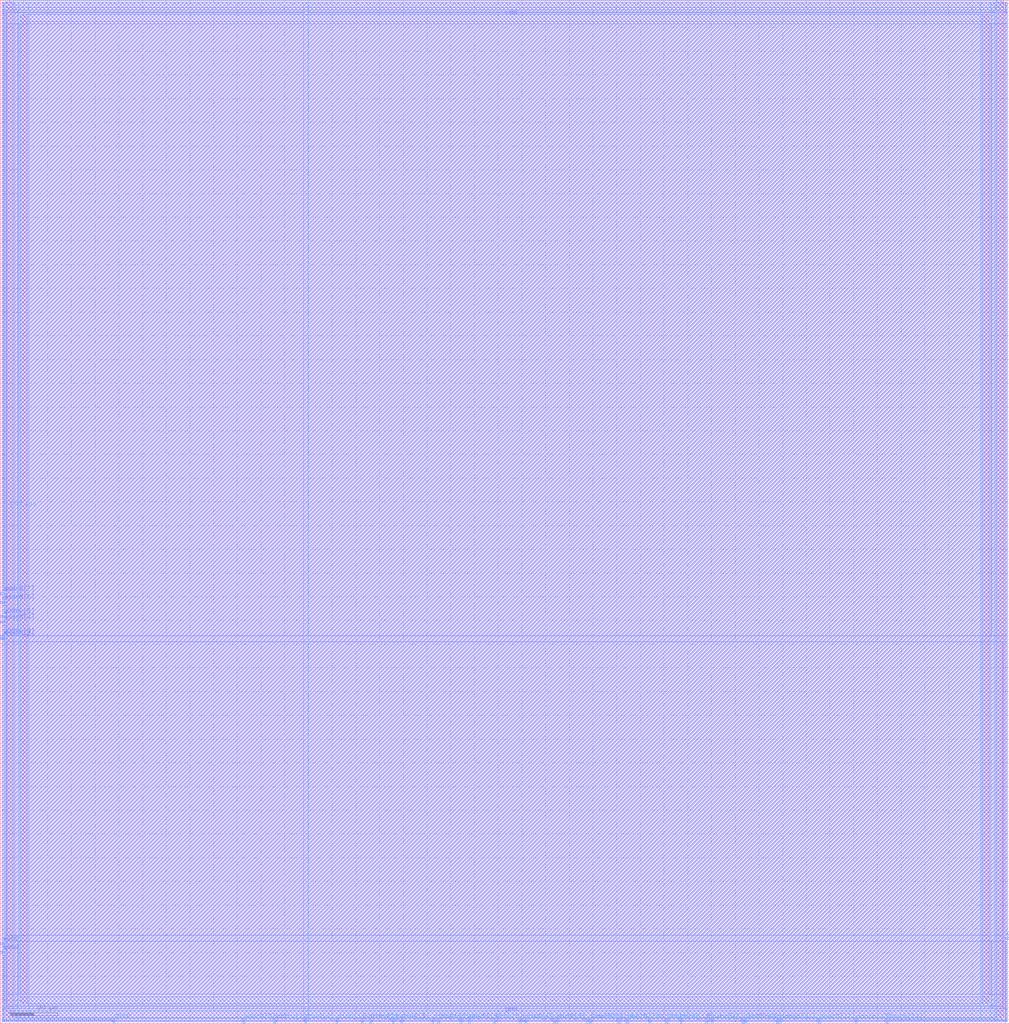
<source format=lef>
VERSION 5.4 ;
NAMESCASESENSITIVE ON ;
BUSBITCHARS "[]" ;
DIVIDERCHAR "/" ;
UNITS
  DATABASE MICRONS 2000 ;
END UNITS
MACRO ip1_wm_sram_16_256_sky130A
   CLASS BLOCK ;
   SIZE 425.57 BY 431.52 ;
   SYMMETRY X Y R90 ;
   PIN din0[0]
      DIRECTION INPUT ;
      PORT
         LAYER m4 ;
         RECT  128.52 0.0 129.26 1.93 ;
      END
   END din0[0]
   PIN din0[1]
      DIRECTION INPUT ;
      PORT
         LAYER m4 ;
         RECT  141.61 0.0 142.35 1.93 ;
      END
   END din0[1]
   PIN din0[2]
      DIRECTION INPUT ;
      PORT
         LAYER m4 ;
         RECT  155.89 0.0 156.63 1.93 ;
      END
   END din0[2]
   PIN din0[3]
      DIRECTION INPUT ;
      PORT
         LAYER m4 ;
         RECT  168.98 0.0 169.72 1.93 ;
      END
   END din0[3]
   PIN din0[4]
      DIRECTION INPUT ;
      PORT
         LAYER m4 ;
         RECT  182.07 0.0 182.81 1.93 ;
      END
   END din0[4]
   PIN din0[5]
      DIRECTION INPUT ;
      PORT
         LAYER m4 ;
         RECT  193.97 0.0 194.71 1.93 ;
      END
   END din0[5]
   PIN din0[6]
      DIRECTION INPUT ;
      PORT
         LAYER m4 ;
         RECT  208.25 0.0 208.99 1.93 ;
      END
   END din0[6]
   PIN din0[7]
      DIRECTION INPUT ;
      PORT
         LAYER m4 ;
         RECT  221.34 0.0 222.08 1.93 ;
      END
   END din0[7]
   PIN din0[8]
      DIRECTION INPUT ;
      PORT
         LAYER m4 ;
         RECT  234.43 0.0 235.17 1.93 ;
      END
   END din0[8]
   PIN din0[9]
      DIRECTION INPUT ;
      PORT
         LAYER m4 ;
         RECT  247.52 0.0 248.26 1.93 ;
      END
   END din0[9]
   PIN din0[10]
      DIRECTION INPUT ;
      PORT
         LAYER m4 ;
         RECT  260.61 0.0 261.35 1.93 ;
      END
   END din0[10]
   PIN din0[11]
      DIRECTION INPUT ;
      PORT
         LAYER m4 ;
         RECT  273.7 0.0 274.44 1.93 ;
      END
   END din0[11]
   PIN din0[12]
      DIRECTION INPUT ;
      PORT
         LAYER m4 ;
         RECT  286.79 0.0 287.53 1.93 ;
      END
   END din0[12]
   PIN din0[13]
      DIRECTION INPUT ;
      PORT
         LAYER m4 ;
         RECT  299.88 0.0 300.62 1.93 ;
      END
   END din0[13]
   PIN din0[14]
      DIRECTION INPUT ;
      PORT
         LAYER m4 ;
         RECT  312.97 0.0 313.71 1.93 ;
      END
   END din0[14]
   PIN din0[15]
      DIRECTION INPUT ;
      PORT
         LAYER m4 ;
         RECT  327.25 0.0 327.99 1.93 ;
      END
   END din0[15]
   PIN addr0[0]
      DIRECTION INPUT ;
      PORT
         LAYER m4 ;
         RECT  102.34 0.0 103.08 1.93 ;
      END
   END addr0[0]
   PIN addr0[1]
      DIRECTION INPUT ;
      PORT
         LAYER m4 ;
         RECT  115.43 0.0 116.17 1.93 ;
      END
   END addr0[1]
   PIN addr0[2]
      DIRECTION INPUT ;
      PORT
         LAYER m3 ;
         RECT  0.0 161.84 1.93 162.58 ;
      END
   END addr0[2]
   PIN addr0[3]
      DIRECTION INPUT ;
      PORT
         LAYER m3 ;
         RECT  0.0 163.03 1.93 163.77 ;
      END
   END addr0[3]
   PIN addr0[4]
      DIRECTION INPUT ;
      PORT
         LAYER m3 ;
         RECT  0.0 168.98 1.93 169.72 ;
      END
   END addr0[4]
   PIN addr0[5]
      DIRECTION INPUT ;
      PORT
         LAYER m3 ;
         RECT  0.0 171.36 1.93 172.1 ;
      END
   END addr0[5]
   PIN addr0[6]
      DIRECTION INPUT ;
      PORT
         LAYER m3 ;
         RECT  0.0 177.31 1.93 178.05 ;
      END
   END addr0[6]
   PIN addr0[7]
      DIRECTION INPUT ;
      PORT
         LAYER m3 ;
         RECT  0.0 180.88 1.93 181.62 ;
      END
   END addr0[7]
   PIN csb0
      DIRECTION INPUT ;
      PORT
         LAYER m3 ;
         RECT  0.0 29.75 1.93 30.49 ;
      END
   END csb0
   PIN web0
      DIRECTION INPUT ;
      PORT
         LAYER m3 ;
         RECT  0.0 33.32 1.93 34.06 ;
      END
   END web0
   PIN clk0
      DIRECTION INPUT ;
      PORT
         LAYER m4 ;
         RECT  47.6 0.0 48.34 1.93 ;
      END
   END clk0
   PIN dout0[0]
      DIRECTION OUTPUT ;
      PORT
         LAYER m4 ;
         RECT  152.32 0.0 153.06 1.93 ;
      END
   END dout0[0]
   PIN dout0[1]
      DIRECTION OUTPUT ;
      PORT
         LAYER m4 ;
         RECT  165.41 0.0 166.15 1.93 ;
      END
   END dout0[1]
   PIN dout0[2]
      DIRECTION OUTPUT ;
      PORT
         LAYER m4 ;
         RECT  184.45 0.0 185.19 1.93 ;
      END
   END dout0[2]
   PIN dout0[3]
      DIRECTION OUTPUT ;
      PORT
         LAYER m4 ;
         RECT  197.54 0.0 198.28 1.93 ;
      END
   END dout0[3]
   PIN dout0[4]
      DIRECTION OUTPUT ;
      PORT
         LAYER m4 ;
         RECT  218.96 0.0 219.7 1.93 ;
      END
   END dout0[4]
   PIN dout0[5]
      DIRECTION OUTPUT ;
      PORT
         LAYER m4 ;
         RECT  233.24 0.0 233.98 1.93 ;
      END
   END dout0[5]
   PIN dout0[6]
      DIRECTION OUTPUT ;
      PORT
         LAYER m4 ;
         RECT  248.71 0.0 249.45 1.93 ;
      END
   END dout0[6]
   PIN dout0[7]
      DIRECTION OUTPUT ;
      PORT
         LAYER m4 ;
         RECT  264.18 0.0 264.92 1.93 ;
      END
   END dout0[7]
   PIN dout0[8]
      DIRECTION OUTPUT ;
      PORT
         LAYER m4 ;
         RECT  280.84 0.0 281.58 1.93 ;
      END
   END dout0[8]
   PIN dout0[9]
      DIRECTION OUTPUT ;
      PORT
         LAYER m4 ;
         RECT  297.5 0.0 298.24 1.93 ;
      END
   END dout0[9]
   PIN dout0[10]
      DIRECTION OUTPUT ;
      PORT
         LAYER m4 ;
         RECT  314.16 0.0 314.9 1.93 ;
      END
   END dout0[10]
   PIN dout0[11]
      DIRECTION OUTPUT ;
      PORT
         LAYER m4 ;
         RECT  328.44 0.0 329.18 1.93 ;
      END
   END dout0[11]
   PIN dout0[12]
      DIRECTION OUTPUT ;
      PORT
         LAYER m4 ;
         RECT  345.1 0.0 345.84 1.93 ;
      END
   END dout0[12]
   PIN dout0[13]
      DIRECTION OUTPUT ;
      PORT
         LAYER m4 ;
         RECT  360.57 0.0 361.31 1.93 ;
      END
   END dout0[13]
   PIN dout0[14]
      DIRECTION OUTPUT ;
      PORT
         LAYER m4 ;
         RECT  373.66 0.0 374.4 1.93 ;
      END
   END dout0[14]
   PIN dout0[15]
      DIRECTION OUTPUT ;
      PORT
         LAYER m3 ;
         RECT  423.64 35.7 425.57 36.44 ;
      END
   END dout0[15]
   PIN vdd
      DIRECTION INOUT ;
      USE POWER ; 
      SHAPE ABUTMENT ; 
      PORT
         LAYER m4 ;
         RECT  414.12 8.33 417.24 425.57 ;
         LAYER m4 ;
         RECT  8.33 8.33 11.45 425.57 ;
         LAYER m3 ;
         RECT  8.33 8.33 417.24 11.45 ;
         LAYER m3 ;
         RECT  8.33 422.45 417.24 425.57 ;
      END
   END vdd
   PIN gnd
      DIRECTION INOUT ;
      USE GROUND ; 
      SHAPE ABUTMENT ; 
      PORT
         LAYER m4 ;
         RECT  420.07 2.38 423.19 431.52 ;
         LAYER m3 ;
         RECT  2.38 428.4 423.19 431.52 ;
         LAYER m4 ;
         RECT  2.38 2.38 5.5 431.52 ;
         LAYER m3 ;
         RECT  2.38 2.38 423.19 5.5 ;
      END
   END gnd
   OBS
   LAYER  m1 ;
      RECT  0.91 0.91 424.66 430.61 ;
   LAYER  m2 ;
      RECT  0.91 0.91 424.66 430.61 ;
   LAYER  m3 ;
      RECT  2.83 160.94 424.66 163.48 ;
      RECT  0.91 164.67 2.83 168.08 ;
      RECT  0.91 173.0 2.83 176.41 ;
      RECT  0.91 178.95 2.83 179.98 ;
      RECT  0.91 31.39 2.83 32.42 ;
      RECT  0.91 34.96 2.83 160.94 ;
      RECT  2.83 34.8 422.74 37.34 ;
      RECT  2.83 37.34 422.74 160.94 ;
      RECT  422.74 37.34 424.66 160.94 ;
      RECT  2.83 7.43 7.43 12.35 ;
      RECT  2.83 12.35 7.43 34.8 ;
      RECT  7.43 12.35 418.14 34.8 ;
      RECT  418.14 7.43 422.74 12.35 ;
      RECT  418.14 12.35 422.74 34.8 ;
      RECT  2.83 163.48 7.43 421.55 ;
      RECT  2.83 421.55 7.43 426.47 ;
      RECT  7.43 163.48 418.14 421.55 ;
      RECT  418.14 163.48 424.66 421.55 ;
      RECT  418.14 421.55 424.66 426.47 ;
      RECT  0.91 182.52 1.48 427.5 ;
      RECT  0.91 427.5 1.48 430.61 ;
      RECT  1.48 182.52 2.83 427.5 ;
      RECT  2.83 426.47 7.43 427.5 ;
      RECT  7.43 426.47 418.14 427.5 ;
      RECT  418.14 426.47 424.09 427.5 ;
      RECT  424.09 426.47 424.66 427.5 ;
      RECT  424.09 427.5 424.66 430.61 ;
      RECT  0.91 0.91 1.48 1.48 ;
      RECT  0.91 1.48 1.48 6.4 ;
      RECT  0.91 6.4 1.48 28.85 ;
      RECT  1.48 0.91 2.83 1.48 ;
      RECT  1.48 6.4 2.83 28.85 ;
      RECT  422.74 0.91 424.09 1.48 ;
      RECT  422.74 6.4 424.09 34.8 ;
      RECT  424.09 0.91 424.66 1.48 ;
      RECT  424.09 1.48 424.66 6.4 ;
      RECT  424.09 6.4 424.66 34.8 ;
      RECT  2.83 0.91 7.43 1.48 ;
      RECT  2.83 6.4 7.43 7.43 ;
      RECT  7.43 0.91 418.14 1.48 ;
      RECT  7.43 6.4 418.14 7.43 ;
      RECT  418.14 0.91 422.74 1.48 ;
      RECT  418.14 6.4 422.74 7.43 ;
   LAYER  m4 ;
      RECT  127.92 2.53 129.86 430.61 ;
      RECT  129.86 0.91 141.01 2.53 ;
      RECT  170.32 0.91 181.47 2.53 ;
      RECT  235.77 0.91 246.92 2.53 ;
      RECT  301.22 0.91 312.37 2.53 ;
      RECT  103.68 0.91 114.83 2.53 ;
      RECT  116.77 0.91 127.92 2.53 ;
      RECT  48.94 0.91 101.74 2.53 ;
      RECT  142.95 0.91 151.72 2.53 ;
      RECT  153.66 0.91 155.29 2.53 ;
      RECT  157.23 0.91 164.81 2.53 ;
      RECT  166.75 0.91 168.38 2.53 ;
      RECT  183.41 0.91 183.85 2.53 ;
      RECT  185.79 0.91 193.37 2.53 ;
      RECT  195.31 0.91 196.94 2.53 ;
      RECT  198.88 0.91 207.65 2.53 ;
      RECT  209.59 0.91 218.36 2.53 ;
      RECT  220.3 0.91 220.74 2.53 ;
      RECT  222.68 0.91 232.64 2.53 ;
      RECT  250.05 0.91 260.01 2.53 ;
      RECT  261.95 0.91 263.58 2.53 ;
      RECT  265.52 0.91 273.1 2.53 ;
      RECT  275.04 0.91 280.24 2.53 ;
      RECT  282.18 0.91 286.19 2.53 ;
      RECT  288.13 0.91 296.9 2.53 ;
      RECT  298.84 0.91 299.28 2.53 ;
      RECT  315.5 0.91 326.65 2.53 ;
      RECT  329.78 0.91 344.5 2.53 ;
      RECT  346.44 0.91 359.97 2.53 ;
      RECT  361.91 0.91 373.06 2.53 ;
      RECT  129.86 2.53 413.52 7.73 ;
      RECT  129.86 7.73 413.52 426.17 ;
      RECT  129.86 426.17 413.52 430.61 ;
      RECT  413.52 2.53 417.84 7.73 ;
      RECT  413.52 426.17 417.84 430.61 ;
      RECT  7.73 2.53 12.05 7.73 ;
      RECT  7.73 426.17 12.05 430.61 ;
      RECT  12.05 2.53 127.92 7.73 ;
      RECT  12.05 7.73 127.92 426.17 ;
      RECT  12.05 426.17 127.92 430.61 ;
      RECT  375.0 0.91 419.47 1.78 ;
      RECT  375.0 1.78 419.47 2.53 ;
      RECT  419.47 0.91 423.79 1.78 ;
      RECT  423.79 0.91 424.66 1.78 ;
      RECT  423.79 1.78 424.66 2.53 ;
      RECT  417.84 2.53 419.47 7.73 ;
      RECT  423.79 2.53 424.66 7.73 ;
      RECT  417.84 7.73 419.47 426.17 ;
      RECT  423.79 7.73 424.66 426.17 ;
      RECT  417.84 426.17 419.47 430.61 ;
      RECT  423.79 426.17 424.66 430.61 ;
      RECT  0.91 0.91 1.78 1.78 ;
      RECT  0.91 1.78 1.78 2.53 ;
      RECT  1.78 0.91 6.1 1.78 ;
      RECT  6.1 0.91 47.0 1.78 ;
      RECT  6.1 1.78 47.0 2.53 ;
      RECT  0.91 2.53 1.78 7.73 ;
      RECT  6.1 2.53 7.73 7.73 ;
      RECT  0.91 7.73 1.78 426.17 ;
      RECT  6.1 7.73 7.73 426.17 ;
      RECT  0.91 426.17 1.78 430.61 ;
      RECT  6.1 426.17 7.73 430.61 ;
   END
END    ip1_wm_sram_16_256_sky130A
END    LIBRARY

</source>
